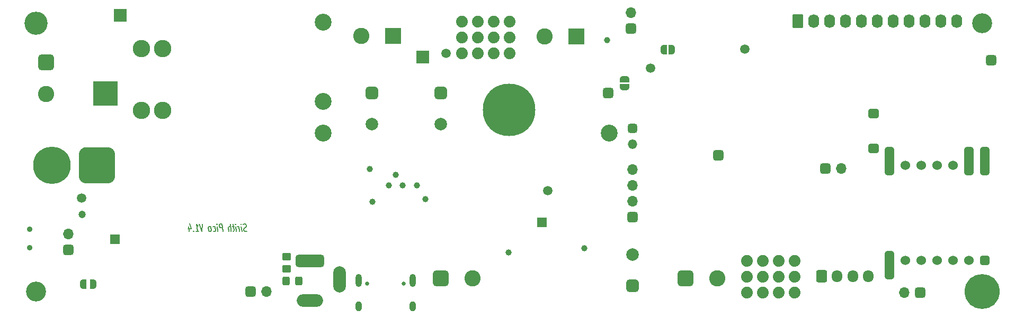
<source format=gbr>
%TF.GenerationSoftware,KiCad,Pcbnew,(6.0.2-0)*%
%TF.CreationDate,2023-06-03T21:04:40-06:00*%
%TF.ProjectId,Catlin RP2040 Sensing Controller,4361746c-696e-4205-9250-323034302053,rev?*%
%TF.SameCoordinates,Original*%
%TF.FileFunction,Soldermask,Bot*%
%TF.FilePolarity,Negative*%
%FSLAX46Y46*%
G04 Gerber Fmt 4.6, Leading zero omitted, Abs format (unit mm)*
G04 Created by KiCad (PCBNEW (6.0.2-0)) date 2023-06-03 21:04:40*
%MOMM*%
%LPD*%
G01*
G04 APERTURE LIST*
G04 Aperture macros list*
%AMRoundRect*
0 Rectangle with rounded corners*
0 $1 Rounding radius*
0 $2 $3 $4 $5 $6 $7 $8 $9 X,Y pos of 4 corners*
0 Add a 4 corners polygon primitive as box body*
4,1,4,$2,$3,$4,$5,$6,$7,$8,$9,$2,$3,0*
0 Add four circle primitives for the rounded corners*
1,1,$1+$1,$2,$3*
1,1,$1+$1,$4,$5*
1,1,$1+$1,$6,$7*
1,1,$1+$1,$8,$9*
0 Add four rect primitives between the rounded corners*
20,1,$1+$1,$2,$3,$4,$5,0*
20,1,$1+$1,$4,$5,$6,$7,0*
20,1,$1+$1,$6,$7,$8,$9,0*
20,1,$1+$1,$8,$9,$2,$3,0*%
%AMFreePoly0*
4,1,22,0.500000,-0.750000,0.000000,-0.750000,0.000000,-0.745033,-0.079941,-0.743568,-0.215256,-0.701293,-0.333266,-0.622738,-0.424486,-0.514219,-0.481581,-0.384460,-0.499164,-0.250000,-0.500000,-0.250000,-0.500000,0.250000,-0.499164,0.250000,-0.499963,0.256109,-0.478152,0.396186,-0.417904,0.524511,-0.324060,0.630769,-0.204165,0.706417,-0.067858,0.745374,0.000000,0.744959,0.000000,0.750000,
0.500000,0.750000,0.500000,-0.750000,0.500000,-0.750000,$1*%
%AMFreePoly1*
4,1,20,0.000000,0.744959,0.073905,0.744508,0.209726,0.703889,0.328688,0.626782,0.421226,0.519385,0.479903,0.390333,0.500000,0.250000,0.500000,-0.250000,0.499851,-0.262216,0.476331,-0.402017,0.414519,-0.529596,0.319384,-0.634700,0.198574,-0.708877,0.061801,-0.746166,0.000000,-0.745033,0.000000,-0.750000,-0.500000,-0.750000,-0.500000,0.750000,0.000000,0.750000,0.000000,0.744959,
0.000000,0.744959,$1*%
G04 Aperture macros list end*
%ADD10C,0.150000*%
%ADD11RoundRect,0.425000X-0.425000X-0.425000X0.425000X-0.425000X0.425000X0.425000X-0.425000X0.425000X0*%
%ADD12RoundRect,0.375000X0.475000X-0.375000X0.475000X0.375000X-0.475000X0.375000X-0.475000X-0.375000X0*%
%ADD13RoundRect,0.425000X0.425000X0.425000X-0.425000X0.425000X-0.425000X-0.425000X0.425000X-0.425000X0*%
%ADD14O,1.700000X1.700000*%
%ADD15R,2.600000X2.600000*%
%ADD16C,2.600000*%
%ADD17C,3.712142*%
%ADD18RoundRect,0.425000X0.425000X-0.425000X0.425000X0.425000X-0.425000X0.425000X-0.425000X-0.425000X0*%
%ADD19C,0.650000*%
%ADD20O,1.000000X2.100000*%
%ADD21O,1.000000X1.600000*%
%ADD22C,1.879600*%
%ADD23RoundRect,0.500000X-0.500000X0.500000X-0.500000X-0.500000X0.500000X-0.500000X0.500000X0.500000X0*%
%ADD24C,2.000000*%
%ADD25C,0.900000*%
%ADD26C,2.700000*%
%ADD27RoundRect,0.375000X-0.375000X-0.375000X0.375000X-0.375000X0.375000X0.375000X-0.375000X0.375000X0*%
%ADD28O,1.500000X1.500000*%
%ADD29RoundRect,0.650000X-0.650000X0.650000X-0.650000X-0.650000X0.650000X-0.650000X0.650000X0.650000X0*%
%ADD30C,1.500000*%
%ADD31C,3.200000*%
%ADD32RoundRect,0.425000X-0.425000X0.425000X-0.425000X-0.425000X0.425000X-0.425000X0.425000X0.425000X0*%
%ADD33RoundRect,0.500000X0.500000X-0.500000X0.500000X0.500000X-0.500000X0.500000X-0.500000X-0.500000X0*%
%ADD34C,5.600000*%
%ADD35C,2.780000*%
%ADD36C,8.400000*%
%ADD37RoundRect,0.250000X-0.600000X-0.725000X0.600000X-0.725000X0.600000X0.725000X-0.600000X0.725000X0*%
%ADD38O,1.700000X1.950000*%
%ADD39C,6.000000*%
%ADD40RoundRect,1.200000X1.700000X1.700000X-1.700000X1.700000X-1.700000X-1.700000X1.700000X-1.700000X0*%
%ADD41RoundRect,0.500000X-1.800000X-0.500000X1.800000X-0.500000X1.800000X0.500000X-1.800000X0.500000X0*%
%ADD42O,4.200000X2.000000*%
%ADD43O,2.000000X4.200000*%
%ADD44RoundRect,0.250000X-0.620000X-0.845000X0.620000X-0.845000X0.620000X0.845000X-0.620000X0.845000X0*%
%ADD45O,1.740000X2.190000*%
%ADD46RoundRect,0.650000X-0.650000X-0.650000X0.650000X-0.650000X0.650000X0.650000X-0.650000X0.650000X0*%
%ADD47C,1.000000*%
%ADD48R,2.000000X2.000000*%
%ADD49RoundRect,0.250000X-0.450000X0.350000X-0.450000X-0.350000X0.450000X-0.350000X0.450000X0.350000X0*%
%ADD50R,1.500000X1.500000*%
%ADD51RoundRect,0.382500X0.382500X-0.382500X0.382500X0.382500X-0.382500X0.382500X-0.382500X-0.382500X0*%
%ADD52C,1.530000*%
%ADD53RoundRect,0.362750X0.362750X-1.915000X0.362750X1.915000X-0.362750X1.915000X-0.362750X-1.915000X0*%
%ADD54FreePoly0,180.000000*%
%ADD55FreePoly1,180.000000*%
%ADD56R,4.000000X4.000000*%
%ADD57RoundRect,0.250000X0.325000X0.450000X-0.325000X0.450000X-0.325000X-0.450000X0.325000X-0.450000X0*%
%ADD58FreePoly0,90.000000*%
%ADD59FreePoly1,90.000000*%
%ADD60C,1.200000*%
%ADD61FreePoly0,0.000000*%
%ADD62FreePoly1,0.000000*%
G04 APERTURE END LIST*
D10*
X64854083Y-83935714D02*
X64746940Y-83992857D01*
X64556464Y-83992857D01*
X64473130Y-83935714D01*
X64427892Y-83878571D01*
X64375511Y-83764285D01*
X64361226Y-83650000D01*
X64385035Y-83535714D01*
X64415988Y-83478571D01*
X64485035Y-83421428D01*
X64630273Y-83364285D01*
X64699321Y-83307142D01*
X64730273Y-83250000D01*
X64754083Y-83135714D01*
X64739797Y-83021428D01*
X64687416Y-82907142D01*
X64642178Y-82850000D01*
X64558845Y-82792857D01*
X64368369Y-82792857D01*
X64261226Y-82850000D01*
X64061226Y-83992857D02*
X63961226Y-83192857D01*
X63911226Y-82792857D02*
X63956464Y-82850000D01*
X63925511Y-82907142D01*
X63880273Y-82850000D01*
X63911226Y-82792857D01*
X63925511Y-82907142D01*
X63680273Y-83992857D02*
X63580273Y-83192857D01*
X63608845Y-83421428D02*
X63556464Y-83307142D01*
X63511226Y-83250000D01*
X63427892Y-83192857D01*
X63351702Y-83192857D01*
X63185035Y-83992857D02*
X63085035Y-83192857D01*
X63035035Y-82792857D02*
X63080273Y-82850000D01*
X63049321Y-82907142D01*
X63004083Y-82850000D01*
X63035035Y-82792857D01*
X63049321Y-82907142D01*
X62818369Y-83192857D02*
X62513607Y-83192857D01*
X62654083Y-82792857D02*
X62782654Y-83821428D01*
X62758845Y-83935714D01*
X62689797Y-83992857D01*
X62613607Y-83992857D01*
X62346940Y-83992857D02*
X62196940Y-82792857D01*
X62004083Y-83992857D02*
X61925511Y-83364285D01*
X61949321Y-83250000D01*
X62018369Y-83192857D01*
X62132654Y-83192857D01*
X62215988Y-83250000D01*
X62261226Y-83307142D01*
X61013607Y-83992857D02*
X60863607Y-82792857D01*
X60558845Y-82792857D01*
X60489797Y-82850000D01*
X60458845Y-82907142D01*
X60435035Y-83021428D01*
X60456464Y-83192857D01*
X60508845Y-83307142D01*
X60554083Y-83364285D01*
X60637416Y-83421428D01*
X60942178Y-83421428D01*
X60213607Y-83992857D02*
X60113607Y-83192857D01*
X60063607Y-82792857D02*
X60108845Y-82850000D01*
X60077892Y-82907142D01*
X60032654Y-82850000D01*
X60063607Y-82792857D01*
X60077892Y-82907142D01*
X59482654Y-83935714D02*
X59565988Y-83992857D01*
X59718369Y-83992857D01*
X59787416Y-83935714D01*
X59818369Y-83878571D01*
X59842178Y-83764285D01*
X59799321Y-83421428D01*
X59746940Y-83307142D01*
X59701702Y-83250000D01*
X59618369Y-83192857D01*
X59465988Y-83192857D01*
X59396940Y-83250000D01*
X59032654Y-83992857D02*
X59101702Y-83935714D01*
X59132654Y-83878571D01*
X59156464Y-83764285D01*
X59113607Y-83421428D01*
X59061226Y-83307142D01*
X59015988Y-83250000D01*
X58932654Y-83192857D01*
X58818369Y-83192857D01*
X58749321Y-83250000D01*
X58718369Y-83307142D01*
X58694559Y-83421428D01*
X58737416Y-83764285D01*
X58789797Y-83878571D01*
X58835035Y-83935714D01*
X58918369Y-83992857D01*
X59032654Y-83992857D01*
X57777892Y-82792857D02*
X57661226Y-83992857D01*
X57244559Y-82792857D01*
X56708845Y-83992857D02*
X57165988Y-83992857D01*
X56937416Y-83992857D02*
X56787416Y-82792857D01*
X56885035Y-82964285D01*
X56975511Y-83078571D01*
X57058845Y-83135714D01*
X56351702Y-83878571D02*
X56320750Y-83935714D01*
X56365988Y-83992857D01*
X56396940Y-83935714D01*
X56351702Y-83878571D01*
X56365988Y-83992857D01*
X55542178Y-83192857D02*
X55642178Y-83992857D01*
X55675511Y-82735714D02*
X55973130Y-83592857D01*
X55477892Y-83592857D01*
D11*
%TO.C,J9*%
X183800000Y-56500000D03*
%TD*%
D12*
%TO.C,J7*%
X165000000Y-70650000D03*
%TD*%
D13*
%TO.C,J16*%
X36290000Y-86900000D03*
D14*
X36290000Y-84360000D03*
%TD*%
D12*
%TO.C,J8*%
X165000000Y-65100000D03*
%TD*%
D15*
%TO.C,J25*%
X117495000Y-52695000D03*
D16*
X112415000Y-52695000D03*
%TD*%
D17*
%TO.C,H3*%
X31150000Y-50600000D03*
%TD*%
D18*
%TO.C,J14*%
X65425000Y-93600000D03*
D14*
X67965000Y-93600000D03*
%TD*%
D19*
%TO.C,J15*%
X84110000Y-92360000D03*
X89890000Y-92360000D03*
D20*
X82680000Y-91830000D03*
D21*
X82680000Y-96010000D03*
X91320000Y-96010000D03*
D20*
X91320000Y-91830000D03*
%TD*%
D22*
%TO.C,JP7*%
X152360000Y-88710000D03*
X152360000Y-91250000D03*
X152360000Y-93790000D03*
X149820000Y-88710000D03*
X149820000Y-91250000D03*
X149820000Y-93790000D03*
X147280000Y-88710000D03*
X147280000Y-91250000D03*
X147280000Y-93790000D03*
X144740000Y-88710000D03*
X144740000Y-91250000D03*
X144740000Y-93790000D03*
%TD*%
D18*
%TO.C,J5*%
X157325000Y-73925000D03*
D14*
X159865000Y-73925000D03*
%TD*%
D23*
%TO.C,C56*%
X84850000Y-61800000D03*
D24*
X84850000Y-66800000D03*
%TD*%
D25*
%TO.C,SW4*%
X30120000Y-83600000D03*
X30120000Y-86600000D03*
%TD*%
D26*
%TO.C,H9*%
X77025000Y-63125000D03*
%TD*%
D27*
%TO.C,J4*%
X126500000Y-67475000D03*
D28*
X126500000Y-70015000D03*
%TD*%
D11*
%TO.C,J10*%
X140200000Y-71800000D03*
%TD*%
D29*
%TO.C,J19*%
X32795000Y-56850000D03*
D16*
X32795000Y-61930000D03*
%TD*%
D26*
%TO.C,H6*%
X77025000Y-50425000D03*
%TD*%
D13*
%TO.C,J22*%
X126500000Y-81650000D03*
D14*
X126500000Y-79110000D03*
X126500000Y-76570000D03*
X126500000Y-74030000D03*
%TD*%
D30*
%TO.C,J1*%
X129400000Y-57800000D03*
%TD*%
D31*
%TO.C,H4*%
X182400000Y-50600000D03*
%TD*%
%TO.C,H2*%
X31150000Y-93600000D03*
%TD*%
D32*
%TO.C,J24*%
X172425000Y-93790000D03*
D14*
X169885000Y-93790000D03*
%TD*%
D23*
%TO.C,C58*%
X95850000Y-61800000D03*
D24*
X95850000Y-66800000D03*
%TD*%
D33*
%TO.C,C54*%
X126500000Y-92717677D03*
D24*
X126500000Y-87717677D03*
%TD*%
D22*
%TO.C,JP5*%
X99190000Y-55440000D03*
X99190000Y-52900000D03*
X99190000Y-50360000D03*
X101730000Y-55440000D03*
X101730000Y-52900000D03*
X101730000Y-50360000D03*
X104270000Y-55440000D03*
X104270000Y-52900000D03*
X104270000Y-50360000D03*
X106810000Y-55440000D03*
X106810000Y-52900000D03*
X106810000Y-50360000D03*
%TD*%
D11*
%TO.C,J2*%
X122600000Y-61800000D03*
%TD*%
D30*
%TO.C,J17*%
X96700000Y-55400000D03*
%TD*%
D34*
%TO.C,H1*%
X182400000Y-93600000D03*
%TD*%
D35*
%TO.C,F1*%
X48000000Y-54640000D03*
X51400000Y-54640000D03*
X51400000Y-64560000D03*
X48000000Y-64560000D03*
%TD*%
D36*
%TO.C,H5*%
X106770000Y-64500000D03*
%TD*%
D26*
%TO.C,H8*%
X122750000Y-68200000D03*
%TD*%
D37*
%TO.C,J11*%
X156700000Y-91200000D03*
D38*
X159200000Y-91200000D03*
X161700000Y-91200000D03*
X164200000Y-91200000D03*
%TD*%
D39*
%TO.C,J20*%
X33700000Y-73400000D03*
D40*
X40900000Y-73400000D03*
%TD*%
D41*
%TO.C,J13*%
X74900000Y-88750000D03*
D42*
X74900000Y-95050000D03*
D43*
X79700000Y-91650000D03*
%TD*%
D44*
%TO.C,J6*%
X152930000Y-50270000D03*
D45*
X155470000Y-50270000D03*
X158010000Y-50270000D03*
X160550000Y-50270000D03*
X163090000Y-50270000D03*
X165630000Y-50270000D03*
X168170000Y-50270000D03*
X170710000Y-50270000D03*
X173250000Y-50270000D03*
X175790000Y-50270000D03*
X178330000Y-50270000D03*
%TD*%
D46*
%TO.C,J23*%
X95872677Y-91505000D03*
D16*
X100952677Y-91505000D03*
%TD*%
D15*
%TO.C,J21*%
X88200000Y-52663994D03*
D16*
X83120000Y-52663994D03*
%TD*%
D46*
%TO.C,J18*%
X134955000Y-91527500D03*
D16*
X140035000Y-91527500D03*
%TD*%
D26*
%TO.C,H7*%
X77025000Y-68200000D03*
%TD*%
D13*
%TO.C,J3*%
X126200000Y-51475000D03*
D14*
X126200000Y-48935000D03*
%TD*%
D47*
%TO.C,TP9*%
X106650000Y-87400000D03*
%TD*%
D48*
%TO.C,TP7*%
X44600000Y-49375000D03*
%TD*%
D49*
%TO.C,R41*%
X71200000Y-88000000D03*
X71200000Y-90000000D03*
%TD*%
D30*
%TO.C,TP4*%
X38450000Y-78670000D03*
%TD*%
D47*
%TO.C,TP14*%
X89775000Y-76650000D03*
%TD*%
%TO.C,TP19*%
X84950000Y-79250000D03*
%TD*%
%TO.C,TP13*%
X84500000Y-73975000D03*
%TD*%
D48*
%TO.C,TP12*%
X92934511Y-56000000D03*
%TD*%
D50*
%TO.C,TP11*%
X112000000Y-82500000D03*
%TD*%
D47*
%TO.C,TP8*%
X118750000Y-86650000D03*
%TD*%
D30*
%TO.C,TP2*%
X144425000Y-54725000D03*
%TD*%
D50*
%TO.C,TP6*%
X43800000Y-85250000D03*
%TD*%
D47*
%TO.C,TP18*%
X93400000Y-78800000D03*
%TD*%
D51*
%TO.C,U4*%
X182804250Y-88651750D03*
D52*
X180264250Y-88651750D03*
X177724250Y-88651750D03*
X175184250Y-88651750D03*
X172644250Y-88651750D03*
X170104250Y-88651750D03*
X167564250Y-88651750D03*
D53*
X167564250Y-89416750D03*
D52*
X167564250Y-73411750D03*
D53*
X167564250Y-72731750D03*
D52*
X170104250Y-73411750D03*
X172644250Y-73411750D03*
X175184250Y-73411750D03*
X177724250Y-73411750D03*
D53*
X180264250Y-72731750D03*
D52*
X180264250Y-73411750D03*
X182804250Y-73411750D03*
D53*
X182809750Y-72754000D03*
%TD*%
D47*
%TO.C,TP16*%
X87525000Y-76625000D03*
%TD*%
D30*
%TO.C,TP10*%
X112950000Y-77450000D03*
%TD*%
D54*
%TO.C,JP1*%
X132750000Y-54850000D03*
D55*
X131450000Y-54850000D03*
%TD*%
D56*
%TO.C,TP3*%
X42250000Y-61875000D03*
%TD*%
D57*
%TO.C,D6*%
X73150000Y-91900000D03*
X71100000Y-91900000D03*
%TD*%
D47*
%TO.C,TP15*%
X92025000Y-76600000D03*
%TD*%
%TO.C,TP17*%
X88675000Y-74900000D03*
%TD*%
D58*
%TO.C,JP2*%
X125200000Y-60850000D03*
D59*
X125200000Y-59550000D03*
%TD*%
D47*
%TO.C,TP1*%
X122450000Y-53350000D03*
%TD*%
D60*
%TO.C,TP5*%
X38550000Y-81300000D03*
%TD*%
D61*
%TO.C,JP6*%
X38730000Y-92450000D03*
D62*
X40330000Y-92450000D03*
%TD*%
M02*

</source>
